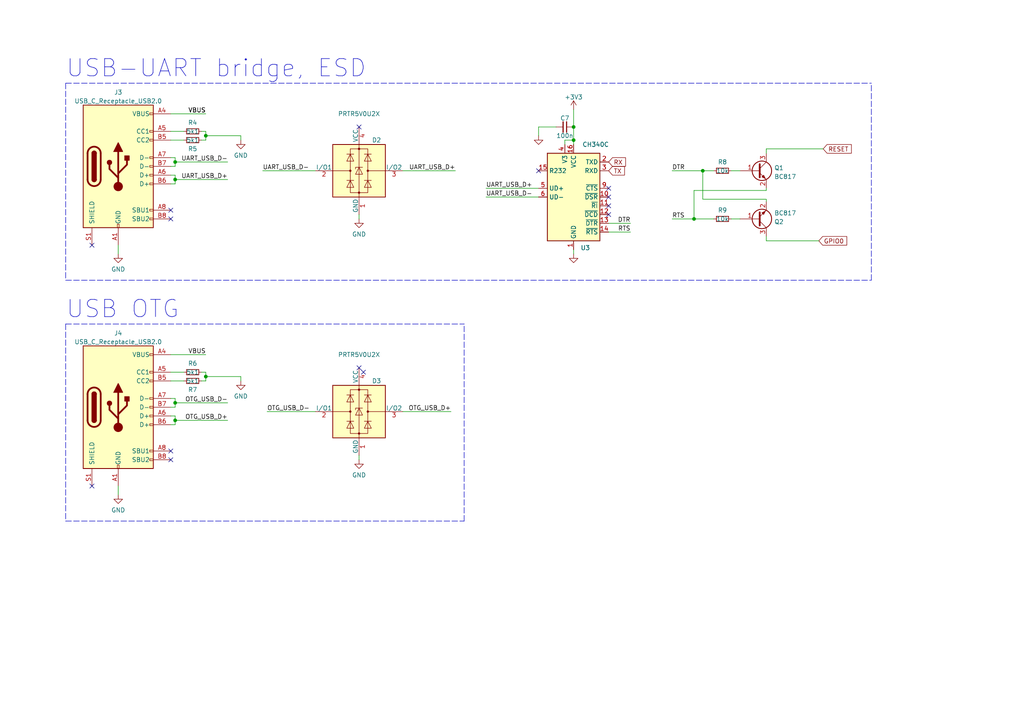
<source format=kicad_sch>
(kicad_sch (version 20211123) (generator eeschema)
  (paper "A4")
  (lib_symbols
    (symbol "Connector:USB_C_Receptacle_USB2.0" (pin_names (offset 1.016))
      (property "Reference" "J" (at -10.16 19.05 0))
      (property "Value" "USB_C_Receptacle_USB2.0" (at 19.05 19.05 0))
      (symbol "USB_C_Receptacle_USB2.0_0_0"
        (rectangle (start -0.254 -17.78) (end 0.254 -16.764))
        (rectangle (start 10.16 -14.986) (end 9.144 -15.494))
        (rectangle (start 10.16 -12.446) (end 9.144 -12.954))
        (rectangle (start 10.16 -4.826) (end 9.144 -5.334))
        (rectangle (start 10.16 -2.286) (end 9.144 -2.794))
        (rectangle (start 10.16 0.254) (end 9.144 -0.254))
        (rectangle (start 10.16 2.794) (end 9.144 2.286))
        (rectangle (start 10.16 7.874) (end 9.144 7.366))
        (rectangle (start 10.16 10.414) (end 9.144 9.906))
        (rectangle (start 10.16 15.494) (end 9.144 14.986))
      )
      (symbol "USB_C_Receptacle_USB2.0_0_1"
        (rectangle (start -10.16 17.78) (end 10.16 -17.78) (stroke (width 0.254)) (fill (type background)))
        (arc (start -8.89 -3.81) (mid -6.985 -5.715) (end -5.08 -3.81) (stroke (width 0.508)))
        (arc (start -7.62 -3.81) (mid -6.985 -4.445) (end -6.35 -3.81) (stroke (width 0.254)))
        (arc (start -7.62 -3.81) (mid -6.985 -4.445) (end -6.35 -3.81) (stroke (width 0.254)) (fill (type outline)))
        (rectangle (start -7.62 -3.81) (end -6.35 3.81) (stroke (width 0.254)) (fill (type outline)))
        (arc (start -6.35 3.81) (mid -6.985 4.445) (end -7.62 3.81) (stroke (width 0.254)))
        (arc (start -6.35 3.81) (mid -6.985 4.445) (end -7.62 3.81) (stroke (width 0.254)) (fill (type outline)))
        (arc (start -5.08 3.81) (mid -6.985 5.715) (end -8.89 3.81) (stroke (width 0.508)))
        (circle (center -2.54 1.143) (radius 0.635) (stroke (width 0.254)) (fill (type outline)))
        (circle (center 0 -5.842) (radius 1.27) (fill (type outline)))
        (polyline (pts (xy -8.89 -3.81) (xy -8.89 3.81)) (stroke (width 0.508)))
        (polyline (pts (xy -5.08 3.81) (xy -5.08 -3.81)) (stroke (width 0.508)))
        (polyline (pts (xy 0 -5.842) (xy 0 4.318)) (stroke (width 0.508)))
        (polyline (pts (xy 0 -3.302) (xy -2.54 -0.762) (xy -2.54 0.508)) (stroke (width 0.508)))
        (polyline (pts (xy 0 -2.032) (xy 2.54 0.508) (xy 2.54 1.778)) (stroke (width 0.508)))
        (polyline (pts (xy -1.27 4.318) (xy 0 6.858) (xy 1.27 4.318) (xy -1.27 4.318)) (stroke (width 0.254)) (fill (type outline)))
        (rectangle (start 1.905 1.778) (end 3.175 3.048) (stroke (width 0.254)) (fill (type outline)))
      )
      (symbol "USB_C_Receptacle_USB2.0_1_1"
        (pin passive line (at 0 -22.86 90) (length 5.08) (name "GND") (number "A1"))
        (pin passive line (at 0 -22.86 90) (length 5.08) hide (name "GND") (number "A12"))
        (pin passive line (at 15.24 15.24 180) (length 5.08) (name "VBUS") (number "A4"))
        (pin bidirectional line (at 15.24 10.16 180) (length 5.08) (name "CC1") (number "A5"))
        (pin bidirectional line (at 15.24 -2.54 180) (length 5.08) (name "D+") (number "A6"))
        (pin bidirectional line (at 15.24 2.54 180) (length 5.08) (name "D-") (number "A7"))
        (pin bidirectional line (at 15.24 -12.7 180) (length 5.08) (name "SBU1") (number "A8"))
        (pin passive line (at 15.24 15.24 180) (length 5.08) hide (name "VBUS") (number "A9"))
        (pin passive line (at 0 -22.86 90) (length 5.08) hide (name "GND") (number "B1"))
        (pin passive line (at 0 -22.86 90) (length 5.08) hide (name "GND") (number "B12"))
        (pin passive line (at 15.24 15.24 180) (length 5.08) hide (name "VBUS") (number "B4"))
        (pin bidirectional line (at 15.24 7.62 180) (length 5.08) (name "CC2") (number "B5"))
        (pin bidirectional line (at 15.24 -5.08 180) (length 5.08) (name "D+") (number "B6"))
        (pin bidirectional line (at 15.24 0 180) (length 5.08) (name "D-") (number "B7"))
        (pin bidirectional line (at 15.24 -15.24 180) (length 5.08) (name "SBU2") (number "B8"))
        (pin passive line (at 15.24 15.24 180) (length 5.08) hide (name "VBUS") (number "B9"))
        (pin passive line (at -7.62 -22.86 90) (length 5.08) (name "SHIELD") (number "S1"))
      )
    )
    (symbol "Device:C_Small" (pin_numbers hide) (pin_names (offset 0.254) hide)
      (property "Reference" "C" (at 0.254 1.778 0))
      (property "Value" "C_Small" (at 0.254 -2.032 0))
      (symbol "C_Small_0_1"
        (polyline (pts (xy -1.524 -0.508) (xy 1.524 -0.508)) (stroke (width 0.3302)))
        (polyline (pts (xy -1.524 0.508) (xy 1.524 0.508)) (stroke (width 0.3048)))
      )
      (symbol "C_Small_1_1"
        (pin passive line (at 0 2.54 270) (length 2.032) (name "~") (number "1"))
        (pin passive line (at 0 -2.54 90) (length 2.032) (name "~") (number "2"))
      )
    )
    (symbol "Device:R_Small" (pin_numbers hide) (pin_names (offset 0.254) hide)
      (property "Reference" "R" (at 0.762 0.508 0))
      (property "Value" "R_Small" (at 0.762 -1.016 0))
      (symbol "R_Small_0_1"
        (rectangle (start -0.762 1.778) (end 0.762 -1.778) (stroke (width 0.2032)))
      )
      (symbol "R_Small_1_1"
        (pin passive line (at 0 2.54 270) (length 0.762) (name "~") (number "1"))
        (pin passive line (at 0 -2.54 90) (length 0.762) (name "~") (number "2"))
      )
    )
    (symbol "Interface_USB:CH340C"
      (property "Reference" "U" (at -5.08 13.97 0))
      (property "Value" "CH340C" (at 1.27 13.97 0))
      (symbol "CH340C_0_1"
        (rectangle (start -7.62 12.7) (end 7.62 -12.7) (stroke (width 0.254)) (fill (type background)))
      )
      (symbol "CH340C_1_1"
        (pin power_in line (at 0 -15.24 90) (length 2.54) (name "GND") (number "1"))
        (pin input line (at 10.16 0 180) (length 2.54) (name "~{DSR}") (number "10"))
        (pin input line (at 10.16 -2.54 180) (length 2.54) (name "~{RI}") (number "11"))
        (pin input line (at 10.16 -5.08 180) (length 2.54) (name "~{DCD}") (number "12"))
        (pin output line (at 10.16 -7.62 180) (length 2.54) (name "~{DTR}") (number "13"))
        (pin output line (at 10.16 -10.16 180) (length 2.54) (name "~{RTS}") (number "14"))
        (pin input line (at -10.16 7.62 0) (length 2.54) (name "R232") (number "15"))
        (pin power_in line (at 0 15.24 270) (length 2.54) (name "VCC") (number "16"))
        (pin output line (at 10.16 10.16 180) (length 2.54) (name "TXD") (number "2"))
        (pin input line (at 10.16 7.62 180) (length 2.54) (name "RXD") (number "3"))
        (pin passive line (at -2.54 15.24 270) (length 2.54) (name "V3") (number "4"))
        (pin bidirectional line (at -10.16 2.54 0) (length 2.54) (name "UD+") (number "5"))
        (pin bidirectional line (at -10.16 0 0) (length 2.54) (name "UD-") (number "6"))
        (pin no_connect line (at -7.62 -7.62 0) (length 2.54) hide (name "NC") (number "7"))
        (pin no_connect line (at -7.62 -10.16 0) (length 2.54) hide (name "NC") (number "8"))
        (pin input line (at 10.16 2.54 180) (length 2.54) (name "~{CTS}") (number "9"))
      )
    )
    (symbol "Power_Protection:PRTR5V0U2X" (pin_names (offset 0))
      (property "Reference" "D" (at 2.794 8.636 0))
      (property "Value" "PRTR5V0U2X" (at 8.128 -9.398 0))
      (symbol "PRTR5V0U2X_0_1"
        (rectangle (start -7.62 -7.62) (end 7.62 7.62) (stroke (width 0.254)) (fill (type background)))
        (circle (center -2.54 0) (radius 0.254) (fill (type outline)))
        (rectangle (start -2.54 6.35) (end 2.54 -6.35))
        (circle (center 0 -6.35) (radius 0.254) (fill (type outline)))
        (polyline (pts (xy -2.54 0) (xy -7.62 0)))
        (polyline (pts (xy -1.524 -2.794) (xy -3.556 -2.794)))
        (polyline (pts (xy -1.524 4.826) (xy -3.556 4.826)))
        (polyline (pts (xy 0 -7.62) (xy 0 7.62)))
        (polyline (pts (xy 1.524 -2.794) (xy 3.556 -2.794)))
        (polyline (pts (xy 1.524 4.826) (xy 3.556 4.826)))
        (polyline (pts (xy 2.54 0) (xy 7.62 0)))
        (polyline (pts (xy 1.016 1.016) (xy -1.016 1.016) (xy -1.016 0.508)))
        (polyline (pts (xy -3.556 -4.826) (xy -1.524 -4.826) (xy -2.54 -2.794) (xy -3.556 -4.826)))
        (polyline (pts (xy -3.556 2.794) (xy -1.524 2.794) (xy -2.54 4.826) (xy -3.556 2.794)))
        (polyline (pts (xy -1.016 -1.016) (xy 1.016 -1.016) (xy 0 1.016) (xy -1.016 -1.016)))
        (polyline (pts (xy 3.556 -4.826) (xy 1.524 -4.826) (xy 2.54 -2.794) (xy 3.556 -4.826)))
        (polyline (pts (xy 3.556 2.794) (xy 1.524 2.794) (xy 2.54 4.826) (xy 3.556 2.794)))
        (circle (center 0 6.35) (radius 0.254) (fill (type outline)))
        (circle (center 2.54 0) (radius 0.254) (fill (type outline)))
      )
      (symbol "PRTR5V0U2X_1_1"
        (pin passive line (at 0 -12.7 90) (length 5.08) (name "GND") (number "1"))
        (pin passive line (at -12.7 0 0) (length 5.08) (name "I/O1") (number "2"))
        (pin passive line (at 12.7 0 180) (length 5.08) (name "I/O2") (number "3"))
        (pin passive line (at 0 12.7 270) (length 5.08) (name "VCC") (number "4"))
      )
    )
    (symbol "Transistor_BJT:BC817" (pin_names (offset 0) hide)
      (property "Reference" "Q" (at 5.08 1.905 0))
      (property "Value" "BC817" (at 5.08 0 0))
      (symbol "BC817_0_1"
        (polyline (pts (xy 0.635 0.635) (xy 2.54 2.54)))
        (polyline (pts (xy 0.635 -0.635) (xy 2.54 -2.54) (xy 2.54 -2.54)))
        (polyline (pts (xy 0.635 1.905) (xy 0.635 -1.905) (xy 0.635 -1.905)) (stroke (width 0.508)))
        (polyline (pts (xy 1.27 -1.778) (xy 1.778 -1.27) (xy 2.286 -2.286) (xy 1.27 -1.778) (xy 1.27 -1.778)) (fill (type outline)))
        (circle (center 1.27 0) (radius 2.8194) (stroke (width 0.254)))
      )
      (symbol "BC817_1_1"
        (pin input line (at -5.08 0 0) (length 5.715) (name "B") (number "1"))
        (pin passive line (at 2.54 -5.08 90) (length 2.54) (name "E") (number "2"))
        (pin passive line (at 2.54 5.08 270) (length 2.54) (name "C") (number "3"))
      )
    )
    (symbol "power:+3V3" (power) (pin_names (offset 0))
      (property "Value" "+3V3" (at 0 3.556 0))
      (symbol "+3V3_0_1"
        (polyline (pts (xy -0.762 1.27) (xy 0 2.54)))
        (polyline (pts (xy 0 0) (xy 0 2.54)))
        (polyline (pts (xy 0 2.54) (xy 0.762 1.27)))
      )
      (symbol "+3V3_1_1"
        (pin power_in line (at 0 0 90) (length 0) hide (name "+3V3") (number "1"))
      )
    )
    (symbol "power:GND" (power) (pin_names (offset 0))
      (property "Value" "GND" (at 0 -3.81 0))
      (symbol "GND_0_1"
        (polyline (pts (xy 0 0) (xy 0 -1.27) (xy 1.27 -1.27) (xy 0 -2.54) (xy -1.27 -1.27) (xy 0 -1.27)))
      )
      (symbol "GND_1_1"
        (pin power_in line (at 0 0 270) (length 0) hide (name "GND") (number "1"))
      )
    )
  )
  (junction (at 203.835 49.53))
  (junction (at 166.37 36.83))
  (junction (at 166.37 40.64))
  (junction (at 59.69 39.37))
  (junction (at 59.69 109.22))
  (junction (at 50.8 52.07))
  (junction (at 201.295 63.5))
  (junction (at 50.8 46.99))
  (junction (at 50.8 121.92))
  (junction (at 50.8 116.84))
  (no_connect (at 105.41 107.95))
  (no_connect (at 26.67 140.97))
  (no_connect (at 49.53 133.35))
  (no_connect (at 49.53 60.96))
  (no_connect (at 176.53 54.61))
  (no_connect (at 26.67 71.12))
  (no_connect (at 104.14 36.83))
  (no_connect (at 49.53 130.81))
  (no_connect (at 156.21 49.53))
  (no_connect (at 176.53 59.69))
  (no_connect (at 176.53 57.15))
  (no_connect (at 176.53 62.23))
  (no_connect (at 49.53 63.5))
  (no_connect (at 104.14 106.68))
  (wire (pts (xy 50.8 120.65) (xy 50.8 121.92)))
  (polyline (pts (xy 19.05 93.98) (xy 134.62 93.98)))
  (wire (pts (xy 49.53 118.11) (xy 50.8 118.11)))
  (wire (pts (xy 163.83 40.64) (xy 166.37 40.64)))
  (wire (pts (xy 222.25 54.61) (xy 222.25 55.245)))
  (wire (pts (xy 222.25 58.42) (xy 222.25 57.785)))
  (wire (pts (xy 69.85 109.22) (xy 59.69 109.22)))
  (wire (pts (xy 222.25 43.18) (xy 238.76 43.18)))
  (wire (pts (xy 49.53 107.95) (xy 53.34 107.95)))
  (wire (pts (xy 59.69 107.95) (xy 59.69 109.22)))
  (wire (pts (xy 50.8 115.57) (xy 50.8 116.84)))
  (wire (pts (xy 77.47 119.38) (xy 91.44 119.38)))
  (wire (pts (xy 50.8 121.92) (xy 66.04 121.92)))
  (wire (pts (xy 49.53 123.19) (xy 50.8 123.19)))
  (wire (pts (xy 49.53 110.49) (xy 53.34 110.49)))
  (wire (pts (xy 50.8 46.99) (xy 66.04 46.99)))
  (wire (pts (xy 49.53 120.65) (xy 50.8 120.65)))
  (wire (pts (xy 69.85 39.37) (xy 59.69 39.37)))
  (wire (pts (xy 34.29 140.97) (xy 34.29 143.51)))
  (wire (pts (xy 140.97 54.61) (xy 156.21 54.61)))
  (wire (pts (xy 212.09 63.5) (xy 214.63 63.5)))
  (wire (pts (xy 116.84 119.38) (xy 130.81 119.38)))
  (wire (pts (xy 49.53 53.34) (xy 50.8 53.34)))
  (wire (pts (xy 49.53 115.57) (xy 50.8 115.57)))
  (wire (pts (xy 49.53 48.26) (xy 50.8 48.26)))
  (wire (pts (xy 222.25 44.45) (xy 222.25 43.18)))
  (wire (pts (xy 76.2 49.53) (xy 91.44 49.53)))
  (wire (pts (xy 166.37 31.75) (xy 166.37 36.83)))
  (wire (pts (xy 58.42 38.1) (xy 59.69 38.1)))
  (wire (pts (xy 203.835 49.53) (xy 207.01 49.53)))
  (wire (pts (xy 50.8 52.07) (xy 66.04 52.07)))
  (polyline (pts (xy 134.62 151.13) (xy 134.62 93.98)))
  (wire (pts (xy 212.09 49.53) (xy 214.63 49.53)))
  (wire (pts (xy 50.8 116.84) (xy 50.8 118.11)))
  (wire (pts (xy 222.25 57.785) (xy 203.835 57.785)))
  (wire (pts (xy 58.42 40.64) (xy 59.69 40.64)))
  (wire (pts (xy 156.21 36.83) (xy 156.21 39.37)))
  (wire (pts (xy 104.14 132.08) (xy 104.14 133.35)))
  (wire (pts (xy 59.69 39.37) (xy 59.69 40.64)))
  (wire (pts (xy 201.295 63.5) (xy 207.01 63.5)))
  (wire (pts (xy 104.14 62.23) (xy 104.14 63.5)))
  (wire (pts (xy 69.85 39.37) (xy 69.85 40.64)))
  (wire (pts (xy 49.53 102.87) (xy 59.69 102.87)))
  (wire (pts (xy 50.8 52.07) (xy 50.8 53.34)))
  (wire (pts (xy 50.8 116.84) (xy 66.04 116.84)))
  (wire (pts (xy 222.25 68.58) (xy 222.25 69.85)))
  (wire (pts (xy 49.53 40.64) (xy 53.34 40.64)))
  (wire (pts (xy 140.97 57.15) (xy 156.21 57.15)))
  (polyline (pts (xy 19.05 93.98) (xy 19.05 151.13)))
  (wire (pts (xy 58.42 110.49) (xy 59.69 110.49)))
  (wire (pts (xy 166.37 36.83) (xy 166.37 40.64)))
  (polyline (pts (xy 19.05 24.13) (xy 19.05 81.28)))
  (wire (pts (xy 222.25 55.245) (xy 201.295 55.245)))
  (wire (pts (xy 166.37 72.39) (xy 166.37 73.66)))
  (wire (pts (xy 50.8 50.8) (xy 50.8 52.07)))
  (wire (pts (xy 203.835 57.785) (xy 203.835 49.53)))
  (wire (pts (xy 49.53 50.8) (xy 50.8 50.8)))
  (polyline (pts (xy 19.05 24.13) (xy 252.73 24.13)))
  (wire (pts (xy 34.29 71.12) (xy 34.29 73.66)))
  (wire (pts (xy 50.8 45.72) (xy 50.8 46.99)))
  (wire (pts (xy 182.88 64.77) (xy 176.53 64.77)))
  (wire (pts (xy 49.53 33.02) (xy 59.69 33.02)))
  (wire (pts (xy 49.53 38.1) (xy 53.34 38.1)))
  (wire (pts (xy 222.25 69.85) (xy 237.49 69.85)))
  (wire (pts (xy 59.69 38.1) (xy 59.69 39.37)))
  (wire (pts (xy 163.83 41.91) (xy 163.83 40.64)))
  (wire (pts (xy 194.945 63.5) (xy 201.295 63.5)))
  (wire (pts (xy 59.69 109.22) (xy 59.69 110.49)))
  (wire (pts (xy 50.8 46.99) (xy 50.8 48.26)))
  (wire (pts (xy 166.37 40.64) (xy 166.37 41.91)))
  (wire (pts (xy 176.53 67.31) (xy 182.88 67.31)))
  (polyline (pts (xy 19.05 81.28) (xy 252.73 81.28)))
  (wire (pts (xy 50.8 121.92) (xy 50.8 123.19)))
  (wire (pts (xy 161.29 36.83) (xy 156.21 36.83)))
  (wire (pts (xy 194.945 49.53) (xy 203.835 49.53)))
  (wire (pts (xy 116.84 49.53) (xy 132.08 49.53)))
  (wire (pts (xy 201.295 55.245) (xy 201.295 63.5)))
  (wire (pts (xy 58.42 107.95) (xy 59.69 107.95)))
  (wire (pts (xy 69.85 109.22) (xy 69.85 110.49)))
  (wire (pts (xy 49.53 45.72) (xy 50.8 45.72)))
  (polyline (pts (xy 252.73 81.28) (xy 252.73 24.13)))
  (polyline (pts (xy 19.05 151.13) (xy 134.62 151.13)))
  (text "USB OTG" (at 19.05 92.71 0) (effects (font (size 5 5)) (justify left bottom)))
  (text "USB-UART bridge, ESD" (at 19.05 22.86 0) (effects (font (size 5 5)) (justify left bottom)))
  (label "OTG_USB_D-" (at 77.47 119.38 0))
  (label "RTS" (at 194.945 63.5 0))
  (label "VBUS" (at 59.69 33.02 180))
  (label "UART_USB_D+" (at 66.04 52.07 180))
  (label "UART_USB_D+" (at 132.08 49.53 180))
  (label "OTG_USB_D+" (at 66.04 121.92 180))
  (label "DTR" (at 182.88 64.77 180))
  (label "OTG_USB_D+" (at 130.81 119.38 180))
  (label "DTR" (at 194.945 49.53 0))
  (label "UART_USB_D-" (at 140.97 57.15 0))
  (label "VBUS" (at 59.69 33.02 180))
  (label "UART_USB_D-" (at 66.04 46.99 180))
  (label "RTS" (at 182.88 67.31 180))
  (label "VBUS" (at 59.69 102.87 180))
  (label "OTG_USB_D-" (at 66.04 116.84 180))
  (label "UART_USB_D+" (at 140.97 54.61 0))
  (label "UART_USB_D-" (at 76.2 49.53 0))
  (global_label "GPIO0" (shape input) (at 237.49 69.85 0) (property "Intersheet References" "${INTERSHEET_REFS}" (effects hide)))
  (global_label "RESET" (shape input) (at 238.76 43.18 0) (property "Intersheet References" "${INTERSHEET_REFS}" (effects hide)))
  (global_label "RX" (shape input) (at 176.53 46.99 0) (property "Intersheet References" "${INTERSHEET_REFS}" (effects hide)))
  (global_label "TX" (shape input) (at 176.53 49.53 0) (property "Intersheet References" "${INTERSHEET_REFS}" (effects hide)))
  (symbol (lib_id "Device:R_Small") (at 209.55 49.53 90) (unit 1)
    (property "Reference" "R8" (at 209.55 46.99 90))
    (property "Value" "10k" (at 209.55 49.53 90))
    (property "Footprint" "Resistor_SMD:R_0603_1608Metric" (effects hide))
  )
  (symbol (lib_id "Device:C_Small") (at 163.83 36.83 270) (unit 1)
    (property "Reference" "C7" (at 163.83 34.29 90))
    (property "Value" "100n" (at 163.83 39.37 90))
    (property "Footprint" "Capacitor_SMD:C_0603_1608Metric" (effects hide))
  )
  (symbol (lib_id "power:GND") (at 104.14 133.35 0) (unit 1)
    (property "Reference" "#PWR0114" (effects hide))
    (property "Value" "GND" (at 104.14 137.7934 0))
  )
  (symbol (lib_id "Device:R_Small") (at 209.55 63.5 90) (unit 1)
    (property "Reference" "R9" (at 209.55 60.96 90))
    (property "Value" "10k" (at 209.55 63.5 90))
    (property "Footprint" "Resistor_SMD:R_0603_1608Metric" (effects hide))
  )
  (symbol (lib_id "power:GND") (at 69.85 40.64 0) (unit 1)
    (property "Reference" "#PWR0117" (effects hide))
    (property "Value" "GND" (at 69.85 45.0834 0))
  )
  (symbol (lib_id "power:+3V3") (at 166.37 31.75 0) (unit 1)
    (property "Reference" "#PWR0120" (effects hide))
    (property "Value" "+3V3" (at 166.37 28.1742 0))
  )
  (symbol (lib_id "power:GND") (at 104.14 63.5 0) (unit 1)
    (property "Reference" "#PWR0116" (effects hide))
    (property "Value" "GND" (at 104.14 67.9434 0))
  )
  (symbol (lib_id "Transistor_BJT:BC817") (at 219.71 63.5 0) (mirror x) (unit 1)
    (property "Reference" "Q2" (at 224.5614 64.3347 0) (effects (justify left)))
    (property "Value" "BC817" (at 224.5614 61.7978 0) (effects (justify left)))
    (property "Footprint" "Package_TO_SOT_SMD:SOT-23" (effects hide))
    (property "Datasheet" "https://www.onsemi.com/pub/Collateral/BC818-D.pdf" (effects hide))
  )
  (symbol (lib_id "power:GND") (at 34.29 143.51 0) (unit 1)
    (property "Reference" "#PWR0113" (effects hide))
    (property "Value" "GND" (at 34.29 147.9534 0))
  )
  (symbol (lib_id "power:GND") (at 34.29 73.66 0) (unit 1)
    (property "Reference" "#PWR0119" (effects hide))
    (property "Value" "GND" (at 34.29 78.1034 0))
  )
  (symbol (lib_id "Device:R_Small") (at 55.88 38.1 90) (unit 1)
    (property "Reference" "R4" (at 55.88 35.56 90))
    (property "Value" "5k1" (at 55.88 38.1 90))
    (property "Footprint" "Resistor_SMD:R_0603_1608Metric" (effects hide))
  )
  (symbol (lib_id "Connector:USB_C_Receptacle_USB2.0") (at 34.29 48.26 0) (unit 1)
    (property "Reference" "J3" (at 34.29 26.7802 0))
    (property "Value" "USB_C_Receptacle_USB2.0" (at 34.29 29.3171 0))
    (property "Footprint" "Connector_USB:USB_C_Receptacle_HRO_TYPE-C-31-M-12" (effects hide))
    (property "Datasheet" "https://www.usb.org/sites/default/files/documents/usb_type-c.zip" (effects hide))
  )
  (symbol (lib_id "Power_Protection:PRTR5V0U2X") (at 104.14 49.53 0) (unit 1)
    (property "Reference" "D2" (at 109.22 40.64 0))
    (property "Value" "PRTR5V0U2X" (at 104.14 33.02 0))
    (property "Footprint" "Package_TO_SOT_SMD:SOT-143" (effects hide))
    (property "Datasheet" "https://assets.nexperia.com/documents/data-sheet/PRTR5V0U2X.pdf" (effects hide))
  )
  (symbol (lib_id "Transistor_BJT:BC817") (at 219.71 49.53 0) (unit 1)
    (property "Reference" "Q1" (at 224.5614 48.6953 0) (effects (justify left)))
    (property "Value" "BC817" (at 224.5614 51.2322 0) (effects (justify left)))
    (property "Footprint" "Package_TO_SOT_SMD:SOT-23" (effects hide))
    (property "Datasheet" "https://www.onsemi.com/pub/Collateral/BC818-D.pdf" (effects hide))
  )
  (symbol (lib_id "Connector:USB_C_Receptacle_USB2.0") (at 34.29 118.11 0) (unit 1)
    (property "Reference" "J4" (at 34.29 96.6302 0))
    (property "Value" "USB_C_Receptacle_USB2.0" (at 34.29 99.1671 0))
    (property "Footprint" "Connector_USB:USB_C_Receptacle_HRO_TYPE-C-31-M-12" (effects hide))
    (property "Datasheet" "https://www.usb.org/sites/default/files/documents/usb_type-c.zip" (effects hide))
  )
  (symbol (lib_id "power:GND") (at 69.85 110.49 0) (unit 1)
    (property "Reference" "#PWR0115" (effects hide))
    (property "Value" "GND" (at 69.85 114.9334 0))
  )
  (symbol (lib_id "power:GND") (at 166.37 73.66 0) (unit 1)
    (property "Reference" "#PWR0121" (effects hide))
    (property "Value" "GND" (effects hide))
  )
  (symbol (lib_id "Interface_USB:CH340C") (at 166.37 57.15 0) (unit 1)
    (property "Reference" "U3" (at 168.3894 71.8804 0) (effects (justify left)))
    (property "Value" "CH340C" (at 168.91 41.91 0) (effects (justify left)))
    (property "Footprint" "Package_SO:SOIC-16_3.9x9.9mm_P1.27mm" (effects hide))
    (property "Datasheet" "https://datasheet.lcsc.com/szlcsc/Jiangsu-Qin-Heng-CH340C_C84681.pdf" (effects hide))
  )
  (symbol (lib_id "Device:R_Small") (at 55.88 110.49 90) (unit 1)
    (property "Reference" "R7" (at 55.88 113.03 90))
    (property "Value" "5k1" (at 55.88 110.49 90))
    (property "Footprint" "Resistor_SMD:R_0603_1608Metric" (effects hide))
  )
  (symbol (lib_id "power:GND") (at 156.21 39.37 0) (unit 1)
    (property "Reference" "#PWR0122" (effects hide))
    (property "Value" "GND" (effects hide))
  )
  (symbol (lib_id "Device:R_Small") (at 55.88 107.95 90) (unit 1)
    (property "Reference" "R6" (at 55.88 105.41 90))
    (property "Value" "5k1" (at 55.88 107.95 90))
    (property "Footprint" "Resistor_SMD:R_0603_1608Metric" (effects hide))
  )
  (symbol (lib_id "Power_Protection:PRTR5V0U2X") (at 104.14 119.38 0) (unit 1)
    (property "Reference" "D3" (at 109.22 110.49 0))
    (property "Value" "PRTR5V0U2X" (at 104.14 102.87 0))
    (property "Footprint" "Package_TO_SOT_SMD:SOT-143" (effects hide))
    (property "Datasheet" "https://assets.nexperia.com/documents/data-sheet/PRTR5V0U2X.pdf" (effects hide))
  )
  (symbol (lib_id "Device:R_Small") (at 55.88 40.64 90) (unit 1)
    (property "Reference" "R5" (at 55.88 43.18 90))
    (property "Value" "5k1" (at 55.88 40.64 90))
    (property "Footprint" "Resistor_SMD:R_0603_1608Metric" (effects hide))
  )
)
</source>
